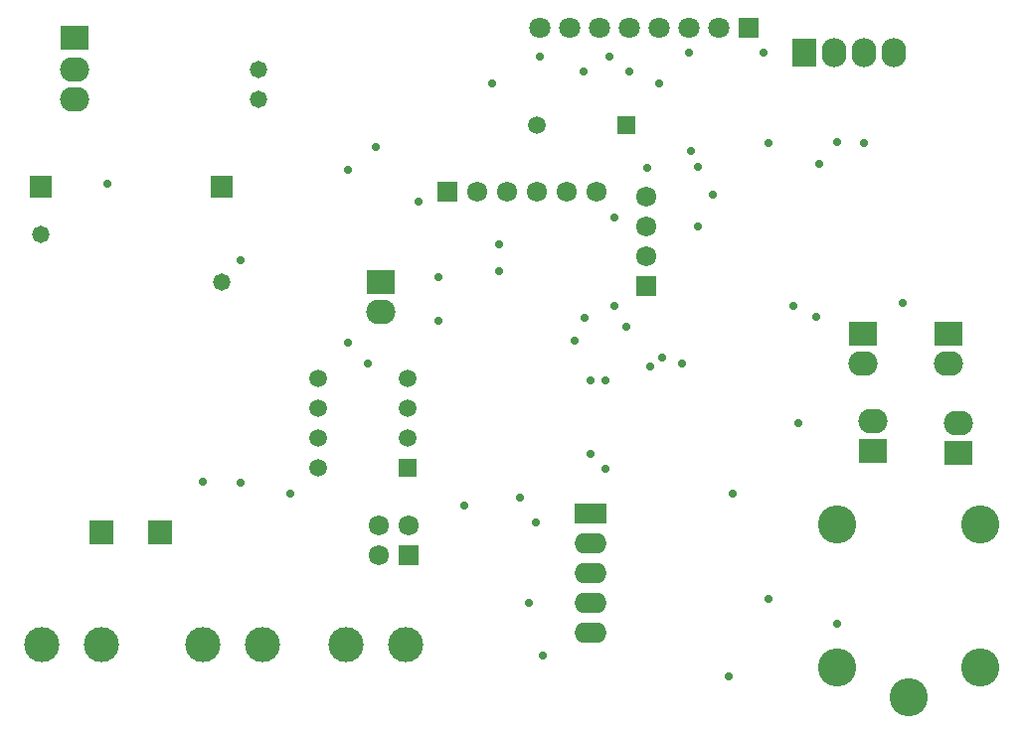
<source format=gbs>
G04*
G04 #@! TF.GenerationSoftware,Altium Limited,Altium Designer,19.1.1 (5)*
G04*
G04 Layer_Color=16711935*
%FSTAX24Y24*%
%MOIN*%
G70*
G01*
G75*
%ADD59C,0.0678*%
%ADD60R,0.0678X0.0678*%
%ADD61C,0.1280*%
%ADD62C,0.1180*%
%ADD63C,0.0710*%
%ADD64R,0.0710X0.0710*%
%ADD65R,0.0980X0.0830*%
%ADD66O,0.0980X0.0830*%
%ADD67R,0.0592X0.0592*%
%ADD68C,0.0592*%
%ADD69O,0.1080X0.0680*%
%ADD70R,0.1080X0.0680*%
%ADD71R,0.0789X0.0789*%
%ADD72R,0.0749X0.0749*%
%ADD73R,0.0678X0.0678*%
%ADD74O,0.0830X0.0980*%
%ADD75R,0.0830X0.0980*%
%ADD76C,0.0277*%
%ADD77C,0.0580*%
D59*
X027427Y018748D02*
D03*
Y017748D02*
D03*
X028427Y018748D02*
D03*
X03639Y02979D02*
D03*
Y02879D02*
D03*
Y02779D02*
D03*
X034741Y02995D02*
D03*
X033741D02*
D03*
X032741D02*
D03*
X031741D02*
D03*
X030741D02*
D03*
D60*
X028427Y017748D02*
D03*
X03639Y02679D02*
D03*
D61*
X04762Y01397D02*
D03*
X04282Y01877D02*
D03*
X04522Y01297D02*
D03*
X04762Y01877D02*
D03*
X04282Y01397D02*
D03*
D62*
X028335Y01475D02*
D03*
X026335D02*
D03*
X018147D02*
D03*
X016147D02*
D03*
X02355D02*
D03*
X02155D02*
D03*
D63*
X03285Y03545D02*
D03*
X03385D02*
D03*
X03485D02*
D03*
X03585D02*
D03*
X03685D02*
D03*
X03785D02*
D03*
X03885D02*
D03*
D64*
X03985D02*
D03*
D65*
X04366Y025181D02*
D03*
X02751Y0269D02*
D03*
X04401Y02123D02*
D03*
X04688Y02119D02*
D03*
X01725Y0351D02*
D03*
X046537Y025181D02*
D03*
D66*
X04366Y024181D02*
D03*
X02751Y0259D02*
D03*
X04401Y02223D02*
D03*
X04688Y02219D02*
D03*
X01725Y03305D02*
D03*
Y03405D02*
D03*
X046537Y024181D02*
D03*
D67*
X02842Y020683D02*
D03*
X035745Y032165D02*
D03*
D68*
X02842Y021683D02*
D03*
Y022683D02*
D03*
Y023683D02*
D03*
X02542D02*
D03*
Y022683D02*
D03*
Y021683D02*
D03*
Y020683D02*
D03*
X032745Y032165D02*
D03*
D69*
X03455Y01614D02*
D03*
Y01714D02*
D03*
Y01814D02*
D03*
Y01514D02*
D03*
D70*
Y01914D02*
D03*
D71*
X020116Y018525D02*
D03*
X018147D02*
D03*
D72*
X022163Y0301D02*
D03*
X0161D02*
D03*
D73*
X029741Y02995D02*
D03*
D74*
X0447Y03462D02*
D03*
X0437D02*
D03*
X0427D02*
D03*
D75*
X0417D02*
D03*
D76*
X024467Y019811D02*
D03*
X022791Y02017D02*
D03*
X035327Y02611D02*
D03*
X041325D02*
D03*
X042816Y031595D02*
D03*
X04372Y031586D02*
D03*
X03791Y03131D02*
D03*
X04219Y03086D02*
D03*
X0376Y024181D02*
D03*
X036937Y024363D02*
D03*
X039311Y019811D02*
D03*
X04282Y015448D02*
D03*
X03455Y023596D02*
D03*
X03504D02*
D03*
X029441Y025604D02*
D03*
X02706Y024184D02*
D03*
X02155Y0202D02*
D03*
X045004Y026196D02*
D03*
X01835Y03022D02*
D03*
X03272Y01884D02*
D03*
X040493Y01626D02*
D03*
X04149Y02219D02*
D03*
X03653Y02409D02*
D03*
X032157Y019665D02*
D03*
X032945Y01437D02*
D03*
X032474Y016151D02*
D03*
X03916Y01368D02*
D03*
X03685Y033562D02*
D03*
X031229D02*
D03*
X034298Y033968D02*
D03*
X035834Y033976D02*
D03*
X035165Y034468D02*
D03*
X03285D02*
D03*
X040494Y031586D02*
D03*
X034019Y024941D02*
D03*
X035745Y025395D02*
D03*
X031476Y027275D02*
D03*
Y028191D02*
D03*
X029442Y027089D02*
D03*
X03505Y020645D02*
D03*
X03455Y021137D02*
D03*
X03785Y03462D02*
D03*
X040354D02*
D03*
X042094Y025746D02*
D03*
X03435Y02571D02*
D03*
X035327Y029077D02*
D03*
X026418Y030661D02*
D03*
Y024883D02*
D03*
X028775Y029595D02*
D03*
X038144Y028766D02*
D03*
X038644Y029836D02*
D03*
X030311Y0194D02*
D03*
X038154Y030761D02*
D03*
X02734Y03144D02*
D03*
X0228Y02765D02*
D03*
X036425Y030755D02*
D03*
D77*
X022163Y0269D02*
D03*
X0161Y0285D02*
D03*
X0234Y03305D02*
D03*
Y03405D02*
D03*
M02*

</source>
